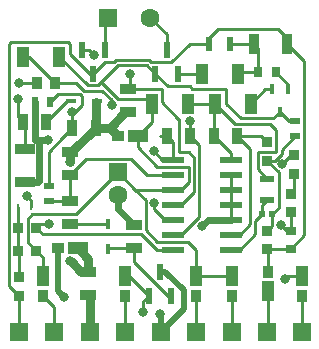
<source format=gbr>
%TF.GenerationSoftware,KiCad,Pcbnew,7.0.11+dfsg-1build4*%
%TF.CreationDate,2024-07-18T16:06:06-06:00*%
%TF.ProjectId,doordinger,646f6f72-6469-46e6-9765-722e6b696361,2*%
%TF.SameCoordinates,Original*%
%TF.FileFunction,Copper,L1,Top*%
%TF.FilePolarity,Positive*%
%FSLAX46Y46*%
G04 Gerber Fmt 4.6, Leading zero omitted, Abs format (unit mm)*
G04 Created by KiCad (PCBNEW 7.0.11+dfsg-1build4) date 2024-07-18 16:06:06*
%MOMM*%
%LPD*%
G01*
G04 APERTURE LIST*
G04 Aperture macros list*
%AMRoundRect*
0 Rectangle with rounded corners*
0 $1 Rounding radius*
0 $2 $3 $4 $5 $6 $7 $8 $9 X,Y pos of 4 corners*
0 Add a 4 corners polygon primitive as box body*
4,1,4,$2,$3,$4,$5,$6,$7,$8,$9,$2,$3,0*
0 Add four circle primitives for the rounded corners*
1,1,$1+$1,$2,$3*
1,1,$1+$1,$4,$5*
1,1,$1+$1,$6,$7*
1,1,$1+$1,$8,$9*
0 Add four rect primitives between the rounded corners*
20,1,$1+$1,$2,$3,$4,$5,0*
20,1,$1+$1,$4,$5,$6,$7,0*
20,1,$1+$1,$6,$7,$8,$9,0*
20,1,$1+$1,$8,$9,$2,$3,0*%
G04 Aperture macros list end*
%TA.AperFunction,ComponentPad*%
%ADD10R,1.600000X1.600000*%
%TD*%
%TA.AperFunction,ComponentPad*%
%ADD11C,1.600000*%
%TD*%
%TA.AperFunction,SMDPad,CuDef*%
%ADD12R,1.060000X1.820000*%
%TD*%
%TA.AperFunction,SMDPad,CuDef*%
%ADD13R,0.960000X1.380000*%
%TD*%
%TA.AperFunction,SMDPad,CuDef*%
%ADD14R,1.380000X0.960000*%
%TD*%
%TA.AperFunction,SMDPad,CuDef*%
%ADD15R,0.540000X0.600000*%
%TD*%
%TA.AperFunction,SMDPad,CuDef*%
%ADD16R,1.981200X0.558800*%
%TD*%
%TA.AperFunction,SMDPad,CuDef*%
%ADD17R,1.500000X1.500000*%
%TD*%
%TA.AperFunction,ComponentPad*%
%ADD18RoundRect,0.250000X-0.550000X-0.550000X0.550000X-0.550000X0.550000X0.550000X-0.550000X0.550000X0*%
%TD*%
%TA.AperFunction,SMDPad,CuDef*%
%ADD19R,0.406400X0.863600*%
%TD*%
%TA.AperFunction,SMDPad,CuDef*%
%ADD20R,0.870000X0.930000*%
%TD*%
%TA.AperFunction,SMDPad,CuDef*%
%ADD21R,0.880000X1.090000*%
%TD*%
%TA.AperFunction,SMDPad,CuDef*%
%ADD22R,0.980000X1.790000*%
%TD*%
%TA.AperFunction,SMDPad,CuDef*%
%ADD23R,0.860000X0.980000*%
%TD*%
%TA.AperFunction,SMDPad,CuDef*%
%ADD24R,0.900000X0.650000*%
%TD*%
%TA.AperFunction,SMDPad,CuDef*%
%ADD25R,0.254000X0.508000*%
%TD*%
%TA.AperFunction,SMDPad,CuDef*%
%ADD26R,0.863600X0.406400*%
%TD*%
%TA.AperFunction,SMDPad,CuDef*%
%ADD27R,0.930000X0.870000*%
%TD*%
%TA.AperFunction,SMDPad,CuDef*%
%ADD28R,0.650000X0.900000*%
%TD*%
%TA.AperFunction,SMDPad,CuDef*%
%ADD29R,0.838200X0.609600*%
%TD*%
%TA.AperFunction,SMDPad,CuDef*%
%ADD30R,0.965200X1.752600*%
%TD*%
%TA.AperFunction,SMDPad,CuDef*%
%ADD31RoundRect,0.073750X0.221250X-0.586250X0.221250X0.586250X-0.221250X0.586250X-0.221250X-0.586250X0*%
%TD*%
%TA.AperFunction,SMDPad,CuDef*%
%ADD32R,0.406400X0.838200*%
%TD*%
%TA.AperFunction,SMDPad,CuDef*%
%ADD33RoundRect,0.073750X-0.221250X0.586250X-0.221250X-0.586250X0.221250X-0.586250X0.221250X0.586250X0*%
%TD*%
%TA.AperFunction,SMDPad,CuDef*%
%ADD34R,0.609600X1.295400*%
%TD*%
%TA.AperFunction,SMDPad,CuDef*%
%ADD35R,1.090000X0.880000*%
%TD*%
%TA.AperFunction,SMDPad,CuDef*%
%ADD36R,1.790000X0.980000*%
%TD*%
%TA.AperFunction,SMDPad,CuDef*%
%ADD37R,0.930000X0.890000*%
%TD*%
%TA.AperFunction,SMDPad,CuDef*%
%ADD38R,1.295400X0.609600*%
%TD*%
%TA.AperFunction,SMDPad,CuDef*%
%ADD39R,1.752600X0.965200*%
%TD*%
%TA.AperFunction,SMDPad,CuDef*%
%ADD40R,0.609600X0.838200*%
%TD*%
%TA.AperFunction,ViaPad*%
%ADD41C,0.800000*%
%TD*%
%TA.AperFunction,Conductor*%
%ADD42C,0.250000*%
%TD*%
%TA.AperFunction,Conductor*%
%ADD43C,0.500000*%
%TD*%
%TA.AperFunction,Conductor*%
%ADD44C,0.600000*%
%TD*%
%TA.AperFunction,Conductor*%
%ADD45C,0.750000*%
%TD*%
G04 APERTURE END LIST*
D10*
%TO.P,C1,1*%
%TO.N,Net-(Q2-C)*%
X224028000Y-148876000D03*
D11*
%TO.P,C1,2*%
%TO.N,GND*%
X224028000Y-150876000D03*
%TD*%
D12*
%TO.P,R23,1*%
%TO.N,Net-(R2-Pad1)*%
X232235000Y-143099000D03*
%TO.P,R23,2*%
%TO.N,Net-(Q4-B)*%
X235291000Y-143099000D03*
%TD*%
D13*
%TO.P,R17,1*%
%TO.N,Net-(U1A--)*%
X215985000Y-144639000D03*
%TO.P,R17,2*%
%TO.N,Net-(D8-A)*%
X217941000Y-144639000D03*
%TD*%
D14*
%TO.P,R24,1*%
%TO.N,GND*%
X225363000Y-153361000D03*
%TO.P,R24,2*%
%TO.N,Net-(D9-K)*%
X225363000Y-155317000D03*
%TD*%
D15*
%TO.P,C5,1*%
%TO.N,Net-(U1D--)*%
X236231000Y-152439000D03*
%TO.P,C5,2*%
%TO.N,Net-(C5-Pad2)*%
X237095000Y-152439000D03*
%TD*%
D16*
%TO.P,U1,1*%
%TO.N,Net-(R3-Pad2)*%
X228699200Y-147829000D03*
%TO.P,U1,2*%
%TO.N,Net-(R12-Pad2)*%
X228699200Y-149099000D03*
%TO.P,U1,3,V+*%
%TO.N,Net-(Q2-C)*%
X228699200Y-150369000D03*
%TO.P,U1,4,-*%
%TO.N,Net-(U1A--)*%
X228699200Y-151639000D03*
%TO.P,U1,5,+*%
%TO.N,Net-(U1A-+)*%
X228699200Y-152909000D03*
%TO.P,U1,6,-*%
%TO.N,Net-(U1B--)*%
X228699200Y-154179000D03*
%TO.P,U1,7,+*%
%TO.N,Net-(U1B-+)*%
X228699200Y-155449000D03*
%TO.P,U1,8,-*%
%TO.N,Net-(U1D--)*%
X233626800Y-155449000D03*
%TO.P,U1,9,+*%
%TO.N,Net-(U1D-+)*%
X233626800Y-154179000D03*
%TO.P,U1,10,-*%
%TO.N,GND*%
X233626800Y-152909000D03*
%TO.P,U1,11,+*%
X233626800Y-151639000D03*
%TO.P,U1,12,V-*%
X233626800Y-150369000D03*
%TO.P,U1,13*%
X233626800Y-149099000D03*
%TO.P,U1,14*%
%TO.N,Net-(R2-Pad1)*%
X233626800Y-147829000D03*
%TD*%
D17*
%TO.P,TP9,1,1*%
%TO.N,D*%
X236663000Y-162419000D03*
%TD*%
D18*
%TO.P,LS1,1,1*%
%TO.N,Net-(Q1-C)*%
X223163000Y-135839000D03*
D11*
%TO.P,LS1,2,2*%
%TO.N,Net-(Q2-E)*%
X226763000Y-135839000D03*
%TD*%
D14*
%TO.P,R16,1*%
%TO.N,Net-(R12-Pad2)*%
X219963000Y-151303000D03*
%TO.P,R16,2*%
%TO.N,Net-(D9-A)*%
X219963000Y-153259000D03*
%TD*%
D19*
%TO.P,D9,1,K*%
%TO.N,Net-(D9-K)*%
X223163000Y-155418000D03*
%TO.P,D9,2,A*%
%TO.N,Net-(D9-A)*%
X223163000Y-153259000D03*
%TD*%
D20*
%TO.P,R9,1*%
%TO.N,Net-(C3-Pad2)*%
X215583000Y-153639000D03*
%TO.P,R9,2*%
%TO.N,Net-(U1B-+)*%
X217143000Y-153639000D03*
%TD*%
D21*
%TO.P,D1,A*%
%TO.N,58R*%
X233663000Y-159354000D03*
D22*
%TO.P,D1,C*%
%TO.N,Net-(Q2-C)*%
X233663000Y-157674000D03*
%TD*%
D23*
%TO.P,R6,1*%
%TO.N,Net-(R3-Pad2)*%
X218728000Y-141339000D03*
%TO.P,R6,2*%
%TO.N,Net-(U1B-+)*%
X217198000Y-141339000D03*
%TD*%
D24*
%TO.P,R1,1*%
%TO.N,Net-(Q1-B)*%
X238663000Y-153914000D03*
%TO.P,R1,2*%
%TO.N,86*%
X238663000Y-155364000D03*
%TD*%
D25*
%TO.P,C3,1*%
%TO.N,Net-(U1B--)*%
X216709100Y-151839000D03*
%TO.P,C3,2*%
%TO.N,Net-(C3-Pad2)*%
X215616900Y-151839000D03*
%TD*%
D26*
%TO.P,D8,1,K*%
%TO.N,Net-(D8-K)*%
X222242500Y-142839000D03*
%TO.P,D8,2,A*%
%TO.N,Net-(D8-A)*%
X220083500Y-142839000D03*
%TD*%
D12*
%TO.P,R27,1*%
%TO.N,Net-(Q2-B)*%
X231135000Y-140559000D03*
%TO.P,R27,2*%
%TO.N,Net-(C6-Pad1)*%
X234191000Y-140559000D03*
%TD*%
D17*
%TO.P,TP5,1,1*%
%TO.N,L*%
X224663000Y-162419000D03*
%TD*%
D12*
%TO.P,R5,1*%
%TO.N,Net-(Q2-C)*%
X219091000Y-139139000D03*
%TO.P,R5,2*%
%TO.N,Net-(R3-Pad2)*%
X216035000Y-139139000D03*
%TD*%
D21*
%TO.P,D5,A*%
%TO.N,G*%
X239663000Y-159354000D03*
D22*
%TO.P,D5,C*%
%TO.N,Net-(Q3-C)*%
X239663000Y-157674000D03*
%TD*%
D27*
%TO.P,R10,1*%
%TO.N,86*%
X236663000Y-155419000D03*
%TO.P,R10,2*%
%TO.N,Net-(C5-Pad2)*%
X236663000Y-153859000D03*
%TD*%
%TO.P,R7,1*%
%TO.N,86*%
X215663000Y-159369000D03*
%TO.P,R7,2*%
%TO.N,Net-(C3-Pad2)*%
X215663000Y-157809000D03*
%TD*%
D17*
%TO.P,TP6,1,1*%
%TO.N,85*%
X218663000Y-162419000D03*
%TD*%
D13*
%TO.P,R14,1*%
%TO.N,Net-(D8-K)*%
X222141000Y-145139000D03*
%TO.P,R14,2*%
%TO.N,Net-(U1A-+)*%
X220185000Y-145139000D03*
%TD*%
D28*
%TO.P,R25,1*%
%TO.N,Net-(C6-Pad1)*%
X235938000Y-140439000D03*
%TO.P,R25,2*%
%TO.N,Net-(Q4-C)*%
X237388000Y-140439000D03*
%TD*%
D14*
%TO.P,RA1,1*%
%TO.N,15*%
X221525000Y-159317000D03*
%TO.P,RA1,2*%
%TO.N,Net-(D8-K)*%
X221525000Y-157361000D03*
%TD*%
D13*
%TO.P,R22,1*%
%TO.N,Net-(R2-Pad1)*%
X232185000Y-145839000D03*
%TO.P,R22,2*%
%TO.N,Net-(U1D-+)*%
X234141000Y-145839000D03*
%TD*%
D29*
%TO.P,R11,1*%
%TO.N,Net-(Q2-C)*%
X239063000Y-144541300D03*
%TO.P,R11,2*%
%TO.N,Net-(C5-Pad2)*%
X239063000Y-145836700D03*
%TD*%
D30*
%TO.P,C6,1*%
%TO.N,Net-(C6-Pad1)*%
X235591400Y-138019000D03*
%TO.P,C6,2*%
%TO.N,86*%
X238334600Y-138019000D03*
%TD*%
D13*
%TO.P,R4,1*%
%TO.N,Net-(R3-Pad2)*%
X228167000Y-145839000D03*
%TO.P,R4,2*%
%TO.N,Net-(U1B--)*%
X230123000Y-145839000D03*
%TD*%
D31*
%TO.P,Q3,1,C*%
%TO.N,Net-(Q3-C)*%
X226633000Y-159354000D03*
%TO.P,Q3,2,B*%
%TO.N,Net-(D9-K)*%
X228533000Y-159354000D03*
%TO.P,Q3,3,E*%
%TO.N,GND*%
X227583000Y-157324000D03*
%TD*%
D32*
%TO.P,Q4,1,C*%
%TO.N,Net-(Q4-C)*%
X238441500Y-141899200D03*
%TO.P,Q4,2,B*%
%TO.N,Net-(Q4-B)*%
X237044500Y-141899200D03*
%TO.P,Q4,3,E*%
%TO.N,Net-(Q2-C)*%
X237743000Y-143778800D03*
%TD*%
D33*
%TO.P,Q1,1,C*%
%TO.N,Net-(Q1-C)*%
X222913000Y-138529000D03*
%TO.P,Q1,2,B*%
%TO.N,Net-(Q1-B)*%
X221013000Y-138529000D03*
%TO.P,Q1,3,E*%
%TO.N,86*%
X221963000Y-140559000D03*
%TD*%
D34*
%TO.P,R26,1*%
%TO.N,86*%
X231762300Y-138019000D03*
%TO.P,R26,2*%
%TO.N,Net-(C6-Pad1)*%
X233565700Y-138019000D03*
%TD*%
D20*
%TO.P,R8,1*%
%TO.N,Net-(Q2-C)*%
X217143000Y-155549000D03*
%TO.P,R8,2*%
%TO.N,Net-(C3-Pad2)*%
X215583000Y-155549000D03*
%TD*%
D35*
%TO.P,D3,A*%
%TO.N,Net-(D8-K)*%
X224028000Y-145839000D03*
D36*
%TO.P,D3,C*%
%TO.N,Net-(Q2-C)*%
X225708000Y-145839000D03*
%TD*%
D31*
%TO.P,Q2,1,C*%
%TO.N,Net-(Q2-C)*%
X227213000Y-140559000D03*
%TO.P,Q2,2,B*%
%TO.N,Net-(Q2-B)*%
X229113000Y-140559000D03*
%TO.P,Q2,3,E*%
%TO.N,Net-(Q2-E)*%
X228163000Y-138529000D03*
%TD*%
D21*
%TO.P,D6,A*%
%TO.N,85*%
X217663000Y-159354000D03*
D22*
%TO.P,D6,C*%
%TO.N,Net-(Q2-C)*%
X217663000Y-157674000D03*
%TD*%
D17*
%TO.P,TP7,1,1*%
%TO.N,15*%
X221663000Y-162419000D03*
%TD*%
D27*
%TO.P,R3,1*%
%TO.N,Net-(C4-Pad1)*%
X238963000Y-149019000D03*
%TO.P,R3,2*%
%TO.N,Net-(R3-Pad2)*%
X238963000Y-147459000D03*
%TD*%
D37*
%TO.P,C4,1*%
%TO.N,Net-(C4-Pad1)*%
X238663000Y-150719000D03*
%TO.P,C4,2*%
%TO.N,Net-(Q1-B)*%
X238663000Y-152259000D03*
%TD*%
D38*
%TO.P,R21,1*%
%TO.N,Net-(R2-Pad1)*%
X236663000Y-149437300D03*
%TO.P,R21,2*%
%TO.N,Net-(U1D--)*%
X236663000Y-151240700D03*
%TD*%
D17*
%TO.P,TP1,1,1*%
%TO.N,G*%
X239663000Y-162419000D03*
%TD*%
D21*
%TO.P,D7,A*%
%TO.N,L*%
X224663000Y-159354000D03*
D22*
%TO.P,D7,C*%
%TO.N,Net-(Q3-C)*%
X224663000Y-157674000D03*
%TD*%
D21*
%TO.P,D2,A*%
%TO.N,86*%
X236728000Y-157324000D03*
D22*
%TO.P,D2,C*%
%TO.N,D*%
X236728000Y-159004000D03*
%TD*%
D17*
%TO.P,TP3,1,1*%
%TO.N,86*%
X215663000Y-162419000D03*
%TD*%
D14*
%TO.P,R15,1*%
%TO.N,Net-(U1A--)*%
X224863000Y-141861000D03*
%TO.P,R15,2*%
%TO.N,Net-(D8-K)*%
X224863000Y-143817000D03*
%TD*%
D39*
%TO.P,C2,1*%
%TO.N,Net-(U1A--)*%
X216163000Y-146967400D03*
%TO.P,C2,2*%
%TO.N,GND*%
X216163000Y-149710600D03*
%TD*%
D40*
%TO.P,R18,1*%
%TO.N,Net-(U1A-+)*%
X218310700Y-142939000D03*
%TO.P,R18,2*%
%TO.N,GND*%
X217015300Y-142939000D03*
%TD*%
D27*
%TO.P,R20,1*%
%TO.N,Net-(U1D-+)*%
X236663000Y-146359000D03*
%TO.P,R20,2*%
%TO.N,Net-(C5-Pad2)*%
X236663000Y-147919000D03*
%TD*%
D17*
%TO.P,TP4,1,1*%
%TO.N,GND*%
X227663000Y-162419000D03*
%TD*%
%TO.P,TP2,1,1*%
%TO.N,58L*%
X230663000Y-162419000D03*
%TD*%
D14*
%TO.P,R12,1*%
%TO.N,Net-(D8-K)*%
X219963000Y-147201000D03*
%TO.P,R12,2*%
%TO.N,Net-(R12-Pad2)*%
X219963000Y-149157000D03*
%TD*%
D35*
%TO.P,DA1,A*%
%TO.N,GND*%
X218948000Y-155339000D03*
D36*
%TO.P,DA1,C*%
%TO.N,Net-(D8-K)*%
X220628000Y-155339000D03*
%TD*%
D17*
%TO.P,TP8,1,1*%
%TO.N,58R*%
X233663000Y-162419000D03*
%TD*%
D29*
%TO.P,R13,1*%
%TO.N,Net-(R12-Pad2)*%
X218163000Y-151366700D03*
%TO.P,R13,2*%
%TO.N,Net-(U1A-+)*%
X218163000Y-150071300D03*
%TD*%
D12*
%TO.P,R2,1*%
%TO.N,Net-(R2-Pad1)*%
X229991000Y-143099000D03*
%TO.P,R2,2*%
%TO.N,Net-(Q2-C)*%
X226935000Y-143099000D03*
%TD*%
D21*
%TO.P,D4,A*%
%TO.N,58L*%
X230663000Y-159354000D03*
D22*
%TO.P,D4,C*%
%TO.N,Net-(Q2-C)*%
X230663000Y-157674000D03*
%TD*%
D41*
%TO.N,Net-(U1A--)*%
X225043000Y-140559000D03*
X215548000Y-142748000D03*
%TO.N,Net-(U1B--)*%
X216329050Y-150954950D03*
X230123000Y-144609002D03*
%TO.N,Net-(Q1-B)*%
X222018000Y-138939000D03*
X237820000Y-153416000D03*
%TO.N,Net-(R3-Pad2)*%
X227072594Y-147097810D03*
X237963000Y-148179000D03*
X223520000Y-143256000D03*
%TO.N,Net-(U1B-+)*%
X215663000Y-141339000D03*
X218163000Y-153259000D03*
%TO.N,Net-(U1A-+)*%
X227109439Y-151508763D03*
X220134302Y-143813504D03*
%TO.N,GND*%
X227583000Y-160879000D03*
X231169353Y-153445353D03*
X218148000Y-146151892D03*
X219456000Y-159512000D03*
%TO.N,Net-(D8-K)*%
X219939347Y-148076998D03*
X219963000Y-156464000D03*
%TO.N,Net-(Q3-C)*%
X238210501Y-157946501D03*
X226163000Y-160739000D03*
%TD*%
D42*
%TO.N,Net-(U1A--)*%
X227790000Y-142988000D02*
X227790000Y-141864000D01*
X215548000Y-142748000D02*
X215548000Y-144202000D01*
X230464800Y-147674600D02*
X230464800Y-150584600D01*
X216163000Y-146967400D02*
X216163000Y-144817000D01*
X227787000Y-141861000D02*
X224863000Y-141861000D01*
X215548000Y-144202000D02*
X215985000Y-144639000D01*
X229410400Y-151639000D02*
X228699200Y-151639000D01*
X225043000Y-140559000D02*
X225043000Y-141681000D01*
X215985000Y-146789400D02*
X216163000Y-146967400D01*
X230464800Y-150584600D02*
X229410400Y-151639000D01*
X225043000Y-141681000D02*
X224863000Y-141861000D01*
X227790000Y-141864000D02*
X227787000Y-141861000D01*
X229168600Y-144360099D02*
X229168600Y-147224600D01*
X216163000Y-144817000D02*
X215985000Y-144639000D01*
X229168600Y-147224600D02*
X230014800Y-147224600D01*
X229162099Y-144360099D02*
X229168600Y-144360099D01*
X230014800Y-147224600D02*
X230464800Y-147674600D01*
X229162099Y-144360099D02*
X227790000Y-142988000D01*
%TO.N,Net-(C3-Pad2)*%
X215583000Y-155549000D02*
X215583000Y-153639000D01*
X215616900Y-153605100D02*
X215583000Y-153639000D01*
X215663000Y-157809000D02*
X215663000Y-155629000D01*
X215663000Y-155629000D02*
X215583000Y-155549000D01*
X215616900Y-151839000D02*
X215616900Y-153605100D01*
%TO.N,Net-(C4-Pad1)*%
X238963000Y-150419000D02*
X238663000Y-150719000D01*
X238963000Y-149019000D02*
X238963000Y-150419000D01*
%TO.N,Net-(U1B--)*%
X216709100Y-151335000D02*
X216709100Y-151839000D01*
X229410400Y-154179000D02*
X230914800Y-152674600D01*
X230123000Y-144609002D02*
X230123000Y-145839000D01*
X230914800Y-152674600D02*
X230914800Y-146630800D01*
X228699200Y-154179000D02*
X229410400Y-154179000D01*
X230914800Y-146630800D02*
X230123000Y-145839000D01*
X216329050Y-150954950D02*
X216709100Y-151335000D01*
%TO.N,Net-(Q1-B)*%
X221608000Y-138529000D02*
X222018000Y-138939000D01*
X238663000Y-153914000D02*
X238663000Y-152259000D01*
X237820000Y-153416000D02*
X238318000Y-153914000D01*
X238318000Y-153914000D02*
X238663000Y-153914000D01*
X221013000Y-138529000D02*
X221608000Y-138529000D01*
%TO.N,Net-(C5-Pad2)*%
X237903000Y-146996700D02*
X239063000Y-145836700D01*
X237635700Y-148891700D02*
X237635700Y-151898300D01*
X237378000Y-147919000D02*
X237903000Y-147394000D01*
X237095000Y-153427000D02*
X237095000Y-152439000D01*
X236663000Y-147919000D02*
X237378000Y-147919000D01*
X237903000Y-147394000D02*
X237903000Y-146996700D01*
X236663000Y-153859000D02*
X237095000Y-153427000D01*
X236663000Y-147919000D02*
X237635700Y-148891700D01*
X237635700Y-151898300D02*
X237095000Y-152439000D01*
%TO.N,Net-(U1D--)*%
X236231000Y-152439000D02*
X235653000Y-153017000D01*
X236231000Y-152439000D02*
X236231000Y-151672700D01*
X235653000Y-153017000D02*
X235653000Y-154134000D01*
X234338000Y-155449000D02*
X233626800Y-155449000D01*
X236231000Y-151672700D02*
X236663000Y-151240700D01*
X235653000Y-154134000D02*
X234338000Y-155449000D01*
%TO.N,Net-(D8-A)*%
X220083500Y-142839000D02*
X219741000Y-142839000D01*
X217941000Y-145139000D02*
X217941000Y-144981500D01*
X219741000Y-142839000D02*
X217941000Y-144639000D01*
%TO.N,Net-(R2-Pad1)*%
X237453000Y-145349000D02*
X236928000Y-144824000D01*
X233960000Y-144824000D02*
X232235000Y-143099000D01*
X229991000Y-143099000D02*
X232235000Y-143099000D01*
X232185000Y-145839000D02*
X232185000Y-143149000D01*
X232185000Y-145839000D02*
X233626800Y-147280800D01*
X236663000Y-149437300D02*
X235873000Y-148647300D01*
X235873000Y-147159000D02*
X237453000Y-147159000D01*
X233626800Y-147280800D02*
X233626800Y-147829000D01*
X236928000Y-144824000D02*
X233960000Y-144824000D01*
X232185000Y-143149000D02*
X232235000Y-143099000D01*
X235873000Y-148647300D02*
X235873000Y-147159000D01*
X237453000Y-147159000D02*
X237453000Y-145349000D01*
%TO.N,Net-(R3-Pad2)*%
X216035000Y-139139000D02*
X216528000Y-139139000D01*
X227803784Y-147829000D02*
X228699200Y-147829000D01*
X222723552Y-142035052D02*
X221200948Y-142035052D01*
X227585000Y-145839000D02*
X228167000Y-145839000D01*
X223520000Y-143256000D02*
X223520000Y-142831500D01*
X221200948Y-142035052D02*
X220504896Y-141339000D01*
X228699200Y-147829000D02*
X228699200Y-146371200D01*
X228699200Y-146371200D02*
X228167000Y-145839000D01*
X220504896Y-141339000D02*
X218728000Y-141339000D01*
X223520000Y-142831500D02*
X222723552Y-142035052D01*
X238683000Y-147459000D02*
X237963000Y-148179000D01*
X227072594Y-147097810D02*
X227803784Y-147829000D01*
X218728000Y-141339000D02*
X216528000Y-139139000D01*
X238963000Y-147459000D02*
X238683000Y-147459000D01*
%TO.N,Net-(D9-K)*%
X228533000Y-159354000D02*
X228238000Y-159354000D01*
X228238000Y-159354000D02*
X225363000Y-156479000D01*
X223264000Y-155317000D02*
X223163000Y-155418000D01*
X225363000Y-156479000D02*
X225363000Y-155317000D01*
X225363000Y-155317000D02*
X223264000Y-155317000D01*
%TO.N,Net-(R12-Pad2)*%
X219963000Y-151303000D02*
X218226700Y-151303000D01*
X221369000Y-147751000D02*
X219963000Y-149157000D01*
X225153000Y-147751000D02*
X221369000Y-147751000D01*
X219963000Y-151303000D02*
X219963000Y-149157000D01*
X228699200Y-149099000D02*
X226501000Y-149099000D01*
X226501000Y-149099000D02*
X225153000Y-147751000D01*
X218226700Y-151303000D02*
X218163000Y-151366700D01*
%TO.N,Net-(D9-A)*%
X223163000Y-153259000D02*
X219963000Y-153259000D01*
%TO.N,Net-(Q2-B)*%
X229113000Y-140559000D02*
X231135000Y-140559000D01*
%TO.N,Net-(Q4-B)*%
X237044500Y-141899200D02*
X236490800Y-141899200D01*
X236490800Y-141899200D02*
X235291000Y-143099000D01*
%TO.N,Net-(U1B-+)*%
X217143000Y-153639000D02*
X217143000Y-153539000D01*
X228699200Y-155449000D02*
X227315000Y-155449000D01*
X226032000Y-154166000D02*
X217670000Y-154166000D01*
X218163000Y-153259000D02*
X217523000Y-153259000D01*
X217198000Y-141339000D02*
X215663000Y-141339000D01*
X217670000Y-154166000D02*
X217143000Y-153639000D01*
X217143000Y-153539000D02*
X217423000Y-153259000D01*
X217523000Y-153259000D02*
X217143000Y-153639000D01*
X227315000Y-155449000D02*
X226032000Y-154166000D01*
%TO.N,Net-(U1A-+)*%
X220840300Y-142310800D02*
X218938900Y-142310800D01*
X220134302Y-143813504D02*
X220134302Y-145088302D01*
X220979000Y-143228500D02*
X220979000Y-142449500D01*
X219170000Y-146154000D02*
X220185000Y-145139000D01*
X227988000Y-152909000D02*
X228699200Y-152909000D01*
X227122198Y-152043198D02*
X227988000Y-152909000D01*
X227122198Y-151521522D02*
X227122198Y-152043198D01*
X220979000Y-142449500D02*
X220840300Y-142310800D01*
X220185000Y-145139000D02*
X218163000Y-147161000D01*
X220393996Y-143813504D02*
X220979000Y-143228500D01*
X220134302Y-145088302D02*
X220185000Y-145139000D01*
X227109439Y-151508763D02*
X227122198Y-151521522D01*
X220134302Y-143813504D02*
X220393996Y-143813504D01*
X218938900Y-142310800D02*
X218310700Y-142939000D01*
X218163000Y-147161000D02*
X218163000Y-150071300D01*
%TO.N,Net-(U1D-+)*%
X234338000Y-154179000D02*
X235203000Y-153314000D01*
X235203000Y-146901000D02*
X234141000Y-145839000D01*
X234141000Y-145839000D02*
X236143000Y-145839000D01*
X236143000Y-145839000D02*
X236663000Y-146359000D01*
X235203000Y-153314000D02*
X235203000Y-146901000D01*
X233626800Y-154179000D02*
X234338000Y-154179000D01*
%TO.N,Net-(Q1-C)*%
X222913000Y-136089000D02*
X223163000Y-135839000D01*
X222913000Y-138529000D02*
X222913000Y-136089000D01*
%TO.N,Net-(Q2-E)*%
X228163000Y-138529000D02*
X228163000Y-137239000D01*
X228163000Y-137239000D02*
X226763000Y-135839000D01*
%TO.N,Net-(Q4-C)*%
X238441500Y-141492500D02*
X237388000Y-140439000D01*
X238441500Y-141899200D02*
X238441500Y-141492500D01*
%TO.N,GND*%
X233626800Y-151639000D02*
X233626800Y-152909000D01*
D43*
X227663000Y-162419000D02*
X227663000Y-160959000D01*
D42*
X227663000Y-160959000D02*
X227583000Y-160879000D01*
D43*
X227663000Y-162419000D02*
X229616000Y-160466000D01*
D42*
X225551000Y-153173000D02*
X225363000Y-153361000D01*
D43*
X217015300Y-146159800D02*
X217364300Y-146159800D01*
D44*
X231705706Y-152909000D02*
X233626800Y-152909000D01*
X224028000Y-152026000D02*
X225363000Y-153361000D01*
D43*
X229616000Y-158886762D02*
X228053238Y-157324000D01*
X229616000Y-160466000D02*
X229616000Y-158886762D01*
X228053238Y-157324000D02*
X227583000Y-157324000D01*
D44*
X217364300Y-146159800D02*
X217364300Y-149635600D01*
D43*
X219456000Y-159512000D02*
X218948000Y-159004000D01*
D44*
X231169353Y-153445353D02*
X231705706Y-152909000D01*
X217015300Y-142939000D02*
X217015300Y-146159800D01*
D42*
X217364300Y-149635600D02*
X217289300Y-149710600D01*
D44*
X217364300Y-146159800D02*
X218140092Y-146159800D01*
D42*
X233626800Y-151639000D02*
X233626800Y-150369000D01*
D43*
X218948000Y-159004000D02*
X218948000Y-155339000D01*
D44*
X224028000Y-150876000D02*
X224028000Y-152026000D01*
D42*
X233626800Y-149099000D02*
X233626800Y-150369000D01*
D43*
X218140092Y-146159800D02*
X218148000Y-146151892D01*
D44*
X217289300Y-149710600D02*
X216163000Y-149710600D01*
D42*
%TO.N,Net-(C6-Pad1)*%
X235938000Y-140439000D02*
X235938000Y-138365600D01*
X235938000Y-138365600D02*
X235591400Y-138019000D01*
X233564700Y-137575522D02*
X233564700Y-138019000D01*
X234311000Y-140439000D02*
X234191000Y-140559000D01*
X235938000Y-140439000D02*
X234311000Y-140439000D01*
X233564700Y-138019000D02*
X235591400Y-138019000D01*
%TO.N,G*%
X239663000Y-162419000D02*
X239663000Y-159354000D01*
%TO.N,86*%
X237627578Y-136817700D02*
X238334600Y-137524722D01*
X219848000Y-137904000D02*
X214998000Y-137904000D01*
X231761300Y-137575522D02*
X232519122Y-136817700D01*
X232519122Y-136817700D02*
X237627578Y-136817700D01*
X226864396Y-139574000D02*
X228568000Y-139574000D01*
X238334600Y-137524722D02*
X238334600Y-138019000D01*
X222948000Y-139574000D02*
X223685066Y-139574000D01*
X221668000Y-140559000D02*
X219963000Y-138854000D01*
X238334600Y-138513278D02*
X238334600Y-138019000D01*
X239807100Y-139491500D02*
X239807100Y-154219900D01*
X236728000Y-155484000D02*
X236663000Y-155419000D01*
X214823000Y-158529000D02*
X215663000Y-159369000D01*
X236728000Y-157324000D02*
X236728000Y-155484000D01*
X223685066Y-139574000D02*
X223875066Y-139384000D01*
X221963000Y-140559000D02*
X222948000Y-139574000D01*
X231761300Y-138019000D02*
X231761300Y-137575522D01*
X215663000Y-159369000D02*
X215663000Y-162419000D01*
X228568000Y-139574000D02*
X230123000Y-138019000D01*
X214998000Y-137904000D02*
X214823000Y-138079000D01*
X219963000Y-138019000D02*
X219848000Y-137904000D01*
X221963000Y-140559000D02*
X221668000Y-140559000D01*
X238608000Y-155419000D02*
X238663000Y-155364000D01*
X238334600Y-138019000D02*
X239807100Y-139491500D01*
X226674396Y-139384000D02*
X226864396Y-139574000D01*
X239807100Y-154219900D02*
X238663000Y-155364000D01*
X223875066Y-139384000D02*
X226674396Y-139384000D01*
X230123000Y-138019000D02*
X231761300Y-138019000D01*
X219963000Y-138854000D02*
X219963000Y-138019000D01*
X236663000Y-155419000D02*
X238608000Y-155419000D01*
X214823000Y-138079000D02*
X214823000Y-158529000D01*
%TO.N,58L*%
X230663000Y-162419000D02*
X230663000Y-159354000D01*
%TO.N,L*%
X224663000Y-162419000D02*
X224663000Y-159354000D01*
%TO.N,85*%
X218663000Y-162419000D02*
X218663000Y-160354000D01*
X218663000Y-160354000D02*
X217663000Y-159354000D01*
%TO.N,58R*%
X233663000Y-162419000D02*
X233663000Y-159354000D01*
%TO.N,D*%
X236728000Y-162354000D02*
X236663000Y-162419000D01*
X236728000Y-159004000D02*
X236728000Y-162354000D01*
D45*
%TO.N,15*%
X221663000Y-162419000D02*
X221663000Y-159455000D01*
D42*
X221663000Y-159455000D02*
X221525000Y-159317000D01*
%TO.N,Net-(Q2-C)*%
X217663000Y-157674000D02*
X217663000Y-156069000D01*
X233201000Y-143099000D02*
X234436000Y-144334000D01*
X222587731Y-141307731D02*
X224061462Y-139834000D01*
X224061462Y-139834000D02*
X226488000Y-139834000D01*
X237187800Y-144334000D02*
X237743000Y-143778800D01*
X217663000Y-156069000D02*
X217143000Y-155549000D01*
X230014800Y-148494600D02*
X229953600Y-148433400D01*
X233663000Y-157674000D02*
X230663000Y-157674000D01*
X230350000Y-141864000D02*
X230123000Y-141637000D01*
X226935000Y-143099000D02*
X226516695Y-142680695D01*
X230123000Y-141637000D02*
X228291000Y-141637000D01*
X233201000Y-141864000D02*
X230350000Y-141864000D01*
X225708000Y-145839000D02*
X226935000Y-144612000D01*
X217143000Y-155549000D02*
X216383000Y-154789000D01*
X216383000Y-154789000D02*
X216383000Y-152849000D01*
X233201000Y-141864000D02*
X233201000Y-143099000D01*
X222632627Y-141307731D02*
X222587731Y-141307731D01*
X228699200Y-150369000D02*
X229410400Y-150369000D01*
X227383600Y-154783400D02*
X226384439Y-153784239D01*
X216383000Y-152849000D02*
X216778000Y-152454000D01*
X229953600Y-154783400D02*
X227383600Y-154783400D01*
X226516695Y-142680695D02*
X224005591Y-142680695D01*
X226935000Y-144612000D02*
X226935000Y-143099000D01*
X227383600Y-148433400D02*
X225708000Y-146757800D01*
X221496000Y-141544000D02*
X222351462Y-141544000D01*
X226384439Y-153784239D02*
X226384439Y-151232439D01*
X226488000Y-139834000D02*
X227213000Y-140559000D01*
X230663000Y-155492800D02*
X229953600Y-154783400D01*
X224028000Y-148876000D02*
X220450000Y-152454000D01*
X229953600Y-148433400D02*
X227383600Y-148433400D01*
X225521000Y-150369000D02*
X228699200Y-150369000D01*
X224028000Y-148876000D02*
X225521000Y-150369000D01*
X224005591Y-142680695D02*
X222632627Y-141307731D01*
X220450000Y-152454000D02*
X216778000Y-152454000D01*
X230663000Y-157674000D02*
X230663000Y-155492800D01*
X229410400Y-150369000D02*
X230014800Y-149764600D01*
X225708000Y-146757800D02*
X225708000Y-145839000D01*
X230014800Y-149764600D02*
X230014800Y-148494600D01*
X228291000Y-141637000D02*
X227213000Y-140559000D01*
X222351462Y-141544000D02*
X222587731Y-141307731D01*
X239063000Y-144541300D02*
X238505500Y-144541300D01*
X226384439Y-151232439D02*
X225521000Y-150369000D01*
X219091000Y-139139000D02*
X221496000Y-141544000D01*
X238505500Y-144541300D02*
X237743000Y-143778800D01*
X234436000Y-144334000D02*
X237187800Y-144334000D01*
D45*
%TO.N,Net-(D8-K)*%
X224650000Y-143817000D02*
X223328000Y-145139000D01*
X221525000Y-157361000D02*
X221525000Y-156236000D01*
X222141000Y-145139000D02*
X223328000Y-145139000D01*
X223328000Y-145139000D02*
X224028000Y-145839000D01*
D42*
X219939347Y-147224653D02*
X219963000Y-147201000D01*
X221525000Y-157361000D02*
X220941000Y-157361000D01*
X219963000Y-147201000D02*
X220079000Y-147201000D01*
D45*
X222141000Y-145139000D02*
X222141000Y-142940500D01*
D42*
X222141000Y-142940500D02*
X222242500Y-142839000D01*
D45*
X220941000Y-157361000D02*
X220044000Y-156464000D01*
X220079000Y-147201000D02*
X222141000Y-145139000D01*
X221525000Y-156236000D02*
X220628000Y-155339000D01*
D42*
X224863000Y-143817000D02*
X224650000Y-143817000D01*
D45*
X219939347Y-148076998D02*
X219939347Y-147224653D01*
X220044000Y-156464000D02*
X219963000Y-156464000D01*
D42*
%TO.N,Net-(Q3-C)*%
X238483002Y-157674000D02*
X239663000Y-157674000D01*
X226163000Y-159824000D02*
X226633000Y-159354000D01*
X226163000Y-160739000D02*
X226163000Y-159824000D01*
X238210501Y-157946501D02*
X238483002Y-157674000D01*
X224953000Y-157674000D02*
X224663000Y-157674000D01*
X226633000Y-159354000D02*
X224953000Y-157674000D01*
%TD*%
M02*

</source>
